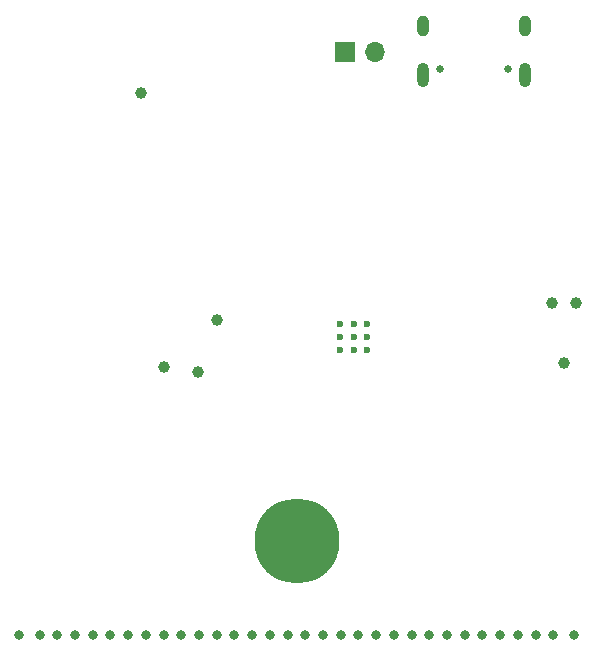
<source format=gbs>
G04 #@! TF.GenerationSoftware,KiCad,Pcbnew,9.0.3*
G04 #@! TF.CreationDate,2025-07-16T19:29:37+02:00*
G04 #@! TF.ProjectId,GameboyCartridgeV2.1,47616d65-626f-4794-9361-727472696467,rev?*
G04 #@! TF.SameCoordinates,Original*
G04 #@! TF.FileFunction,Soldermask,Bot*
G04 #@! TF.FilePolarity,Negative*
%FSLAX46Y46*%
G04 Gerber Fmt 4.6, Leading zero omitted, Abs format (unit mm)*
G04 Created by KiCad (PCBNEW 9.0.3) date 2025-07-16 19:29:37*
%MOMM*%
%LPD*%
G01*
G04 APERTURE LIST*
%ADD10C,7.200000*%
%ADD11C,0.990600*%
%ADD12R,1.700000X1.700000*%
%ADD13O,1.700000X1.700000*%
%ADD14C,0.650000*%
%ADD15O,1.000000X2.100000*%
%ADD16O,1.000000X1.800000*%
%ADD17C,0.800000*%
%ADD18C,0.600000*%
%ADD19C,1.000000*%
G04 APERTURE END LIST*
D10*
X139753038Y-108075958D03*
D11*
X162365000Y-93040000D03*
X161349000Y-87960000D03*
X163381000Y-87960000D03*
D12*
X143900000Y-66700000D03*
D13*
X146440000Y-66700000D03*
D14*
X157690000Y-68115000D03*
X151910000Y-68115000D03*
D15*
X159120000Y-68615000D03*
D16*
X159120000Y-64435000D03*
D15*
X150480000Y-68615000D03*
D16*
X150480000Y-64435000D03*
D17*
X116250000Y-116000000D03*
X118000000Y-116000000D03*
X119500000Y-116000000D03*
X121000000Y-116000000D03*
X122500000Y-116000000D03*
X124000000Y-116000000D03*
X125500000Y-116000000D03*
X127000000Y-116000000D03*
X128500000Y-116000000D03*
X130000000Y-116000000D03*
X131500000Y-116000000D03*
X133000000Y-116000000D03*
X134500000Y-116000000D03*
X136000000Y-116000000D03*
X137500000Y-116000000D03*
X139000000Y-116000000D03*
X140500000Y-116000000D03*
X142000000Y-116000000D03*
X143500000Y-116000000D03*
X145000000Y-116000000D03*
X146500000Y-116000000D03*
X148000000Y-116000000D03*
X149500000Y-116000000D03*
X151000000Y-116000000D03*
X152500000Y-116000000D03*
X154000000Y-116000000D03*
X155500000Y-116000000D03*
X157000000Y-116000000D03*
X158500000Y-116000000D03*
X160000000Y-116000000D03*
X161500000Y-116000000D03*
X163250000Y-116000000D03*
D18*
X143470167Y-89666667D03*
X143470167Y-90800000D03*
X143470167Y-91933333D03*
X144603500Y-89666667D03*
X144603500Y-90800000D03*
X144603500Y-91933333D03*
X145736833Y-89666667D03*
X145736833Y-90800000D03*
X145736833Y-91933333D03*
D19*
X133000000Y-89400000D03*
X128500000Y-93300000D03*
X126600000Y-70100000D03*
X131400000Y-93800000D03*
M02*

</source>
